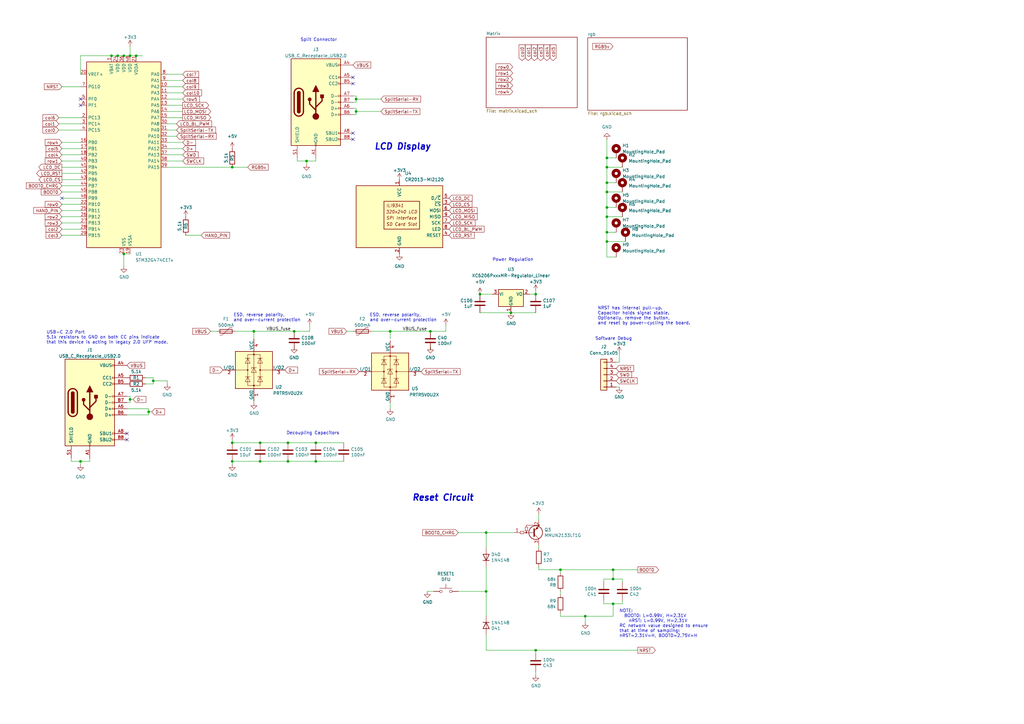
<source format=kicad_sch>
(kicad_sch (version 20250114) (generator "eeschema") (generator_version "9.0")
  (paper "A3")
  (lib_symbols
    (symbol "+5V_1" (power) (pin_names (offset 0))
      (property "Value" "+5V_1" (at 0 3.556 0))
      (symbol "+5V_1_1_1"
        (pin power_in line (at 0 0 90) (length 0) (hide yes) (name "+5V") (number "1"))
      )
    )
    (symbol "Connector:USB_C_Receptacle_USB2.0" (pin_names (offset 1.016))
      (property "Reference" "J" (at -10.16 19.05 0))
      (property "Value" "USB_C_Receptacle_USB2.0" (at 19.05 19.05 0))
      (symbol "USB_C_Receptacle_USB2.0_1_1"
        (pin passive line (at -7.62 -22.86 90) (length 5.08) (name "SHIELD") (number "S1"))
        (pin passive line (at 0 -22.86 90) (length 5.08) (name "GND") (number "A1"))
        (pin passive line (at 0 -22.86 90) (length 5.08) (hide yes) (name "GND") (number "A12"))
        (pin passive line (at 0 -22.86 90) (length 5.08) (hide yes) (name "GND") (number "B1"))
        (pin passive line (at 0 -22.86 90) (length 5.08) (hide yes) (name "GND") (number "B12"))
        (pin passive line (at 15.24 15.24 180) (length 5.08) (name "VBUS") (number "A4"))
        (pin passive line (at 15.24 15.24 180) (length 5.08) (hide yes) (name "VBUS") (number "A9"))
        (pin passive line (at 15.24 15.24 180) (length 5.08) (hide yes) (name "VBUS") (number "B4"))
        (pin passive line (at 15.24 15.24 180) (length 5.08) (hide yes) (name "VBUS") (number "B9"))
        (pin bidirectional line (at 15.24 10.16 180) (length 5.08) (name "CC1") (number "A5"))
        (pin bidirectional line (at 15.24 7.62 180) (length 5.08) (name "CC2") (number "B5"))
        (pin bidirectional line (at 15.24 2.54 180) (length 5.08) (name "D-") (number "A7"))
        (pin bidirectional line (at 15.24 0 180) (length 5.08) (name "D-") (number "B7"))
        (pin bidirectional line (at 15.24 -2.54 180) (length 5.08) (name "D+") (number "A6"))
        (pin bidirectional line (at 15.24 -5.08 180) (length 5.08) (name "D+") (number "B6"))
        (pin bidirectional line (at 15.24 -12.7 180) (length 5.08) (name "SBU1") (number "A8"))
        (pin bidirectional line (at 15.24 -15.24 180) (length 5.08) (name "SBU2") (number "B8"))
      )
    )
    (symbol "Connector_Generic:Conn_01x05" (pin_names (offset 1.016) (hide yes))
      (property "Reference" "J" (at 0 7.62 0))
      (property "Value" "Conn_01x05" (at 0 -7.62 0))
      (symbol "Conn_01x05_1_1"
        (pin passive line (at -5.08 5.08 0) (length 3.81) (name "Pin_1") (number "1"))
        (pin passive line (at -5.08 2.54 0) (length 3.81) (name "Pin_2") (number "2"))
        (pin passive line (at -5.08 0 0) (length 3.81) (name "Pin_3") (number "3"))
        (pin passive line (at -5.08 -2.54 0) (length 3.81) (name "Pin_4") (number "4"))
        (pin passive line (at -5.08 -5.08 0) (length 3.81) (name "Pin_5") (number "5"))
      )
    )
    (symbol "Device:C" (pin_numbers (hide yes)) (pin_names (offset 0.254))
      (property "Reference" "C" (at 0.635 2.54 0))
      (property "Value" "C" (at 0.635 -2.54 0))
      (symbol "C_1_1"
        (pin passive line (at 0 3.81 270) (length 2.794) (name "~") (number "1"))
        (pin passive line (at 0 -3.81 90) (length 2.794) (name "~") (number "2"))
      )
    )
    (symbol "Device:D" (pin_numbers (hide yes)) (pin_names (offset 1.016) (hide yes))
      (property "Reference" "D" (at 0 2.54 0))
      (property "Value" "D" (at 0 -2.54 0))
      (symbol "D_1_1"
        (pin passive line (at -3.81 0 0) (length 2.54) (name "K") (number "1"))
        (pin passive line (at 3.81 0 180) (length 2.54) (name "A") (number "2"))
      )
    )
    (symbol "Device:Polyfuse" (pin_numbers (hide yes)) (pin_names (offset 0))
      (property "Reference" "F" (at -2.54 0 90))
      (property "Value" "Polyfuse" (at 2.54 0 90))
      (symbol "Polyfuse_1_1"
        (pin passive line (at 0 3.81 270) (length 1.27) (name "~") (number "1"))
        (pin passive line (at 0 -3.81 90) (length 1.27) (name "~") (number "2"))
      )
    )
    (symbol "Device:Q_PNP_BEC_BRT" (pin_names (hide yes))
      (property "Reference" "Q" (at 3.81 1.27 0))
      (property "Value" "Q_PNP_BEC_BRT" (at 3.81 -1.27 0))
      (symbol "Q_PNP_BEC_BRT_1_1"
        (pin input line (at -8.89 0 0) (length 2.54) (name "B") (number "1"))
        (pin passive line (at 1.27 5.08 270) (length 2.54) (name "C") (number "3"))
        (pin passive line (at 1.27 -5.08 90) (length 2.54) (name "E") (number "2"))
      )
    )
    (symbol "Device:R" (pin_numbers (hide yes)) (pin_names (offset 0))
      (property "Reference" "R" (at 2.032 0 90))
      (property "Value" "R" (at 0 0 90))
      (symbol "R_1_1"
        (pin passive line (at 0 3.81 270) (length 1.27) (name "~") (number "1"))
        (pin passive line (at 0 -3.81 90) (length 1.27) (name "~") (number "2"))
      )
    )
    (symbol "Djinn-rescue:+3V3-power" (power) (pin_names (offset 0))
      (property "Value" "power_+3V3" (at 0 3.556 0))
      (symbol "+3V3-power_1_1"
        (pin power_in line (at 0 0 90) (length 0) (hide yes) (name "+3V3") (number "1"))
      )
    )
    (symbol "Djinn-rescue:GND-power" (power) (pin_names (offset 0))
      (property "Value" "power_GND" (at 0 -3.81 0))
      (symbol "GND-power_1_1"
        (pin power_in line (at 0 0 270) (length 0) (hide yes) (name "GND") (number "1"))
      )
    )
    (symbol "Driver_Display:CR2013-MI2120" (pin_names (offset 0.762))
      (property "Reference" "U4" (at 2.1941 17.78 0))
      (property "Value" "CR2013-MI2120" (at 2.1941 15.24 0))
      (symbol "CR2013-MI2120_0_0"
        (text "ILI9341" (at -5.461 4.572 0) (effects (font (size 1.27 1.27) (italic yes)) (justify left)))
        (text "SPI Interface" (at -5.461 -0.508 0) (effects (font (size 1.27 1.27) (italic yes)) (justify left)))
        (text "SD Card Slot" (at -5.461 -3.048 0) (effects (font (size 1.27 1.27) (italic yes)) (justify left)))
        (text "320x240 LCD" (at 0.889 2.032 0) (effects (font (size 1.27 1.27) (italic yes))))
      )
      (symbol "CR2013-MI2120_1_1"
        (pin power_in line (at 0 15.24 270) (length 2.54) (name "VCC") (number "1"))
        (pin power_in line (at 0 -15.24 90) (length 2.54) (name "GND") (number "2"))
        (pin input line (at 20.32 7.62 180) (length 2.54) (name "D/~{C}") (number "5"))
        (pin input line (at 20.32 5.08 180) (length 2.54) (name "~{CS}") (number "3"))
        (pin input line (at 20.32 2.54 180) (length 2.54) (name "MOSI") (number "6"))
        (pin output line (at 20.32 0 180) (length 2.54) (name "MISO") (number "9"))
        (pin input line (at 20.32 -2.54 180) (length 2.54) (name "SCK") (number "7"))
        (pin input line (at 20.32 -5.08 180) (length 2.54) (name "LED") (number "8"))
        (pin input line (at 20.32 -7.62 180) (length 2.54) (name "RESET") (number "4"))
      )
    )
    (symbol "GND_1" (power) (pin_numbers (hide yes)) (pin_names (offset 0) (hide yes))
      (property "Value" "GND" (at 0 -3.81 0))
      (symbol "GND_1_1_1"
        (pin power_in line (at 0 0 270) (length 0) (name "~") (number "1"))
      )
    )
    (symbol "MCU_ST_STM32G4:STM32G474CETx"
      (property "Reference" "U" (at -15.24 39.37 0))
      (property "Value" "STM32G474CETx" (at 7.62 39.37 0))
      (symbol "STM32G474CETx_1_1"
        (pin input line (at -17.78 33.02 0) (length 2.54) (name "VREF+") (number "20"))
        (pin bidirectional line (at -17.78 27.94 0) (length 2.54) (name "PG10") (number "7"))
        (pin bidirectional line (at -17.78 22.86 0) (length 2.54) (name "PF0") (number "5"))
        (pin bidirectional line (at -17.78 20.32 0) (length 2.54) (name "PF1") (number "6"))
        (pin bidirectional line (at -17.78 15.24 0) (length 2.54) (name "PC13") (number "2"))
        (pin bidirectional line (at -17.78 12.7 0) (length 2.54) (name "PC14") (number "3"))
        (pin bidirectional line (at -17.78 10.16 0) (length 2.54) (name "PC15") (number "4"))
        (pin bidirectional line (at -17.78 5.08 0) (length 2.54) (name "PB0") (number "16"))
        (pin bidirectional line (at -17.78 2.54 0) (length 2.54) (name "PB1") (number "17"))
        (pin bidirectional line (at -17.78 0 0) (length 2.54) (name "PB2") (number "18"))
        (pin bidirectional line (at -17.78 -2.54 0) (length 2.54) (name "PB3") (number "40"))
        (pin bidirectional line (at -17.78 -5.08 0) (length 2.54) (name "PB4") (number "41"))
        (pin bidirectional line (at -17.78 -7.62 0) (length 2.54) (name "PB5") (number "42"))
        (pin bidirectional line (at -17.78 -10.16 0) (length 2.54) (name "PB6") (number "43"))
        (pin bidirectional line (at -17.78 -12.7 0) (length 2.54) (name "PB7") (number "44"))
        (pin bidirectional line (at -17.78 -15.24 0) (length 2.54) (name "PB8") (number "45"))
        (pin bidirectional line (at -17.78 -17.78 0) (length 2.54) (name "PB9") (number "46"))
        (pin bidirectional line (at -17.78 -20.32 0) (length 2.54) (name "PB10") (number "22"))
        (pin bidirectional line (at -17.78 -22.86 0) (length 2.54) (name "PB11") (number "25"))
        (pin bidirectional line (at -17.78 -25.4 0) (length 2.54) (name "PB12") (number "26"))
        (pin bidirectional line (at -17.78 -27.94 0) (length 2.54) (name "PB13") (number "27"))
        (pin bidirectional line (at -17.78 -30.48 0) (length 2.54) (name "PB14") (number "28"))
        (pin bidirectional line (at -17.78 -33.02 0) (length 2.54) (name "PB15") (number "29"))
        (pin power_in line (at -5.08 40.64 270) (length 2.54) (name "VBAT") (number "1"))
        (pin power_in line (at -2.54 40.64 270) (length 2.54) (name "VDD") (number "24"))
        (pin power_in line (at 0 40.64 270) (length 2.54) (name "VDD") (number "36"))
        (pin power_in line (at 0 -40.64 90) (length 2.54) (name "VSS") (number "23"))
        (pin passive line (at 0 -40.64 90) (length 2.54) (hide yes) (name "VSS") (number "35"))
        (pin passive line (at 0 -40.64 90) (length 2.54) (hide yes) (name "VSS") (number "47"))
        (pin power_in line (at 2.54 40.64 270) (length 2.54) (name "VDD") (number "48"))
        (pin power_in line (at 2.54 -40.64 90) (length 2.54) (name "VSSA") (number "19"))
        (pin power_in line (at 5.08 40.64 270) (length 2.54) (name "VDDA") (number "21"))
        (pin bidirectional line (at 17.78 33.02 180) (length 2.54) (name "PA0") (number "8"))
        (pin bidirectional line (at 17.78 30.48 180) (length 2.54) (name "PA1") (number "9"))
        (pin bidirectional line (at 17.78 27.94 180) (length 2.54) (name "PA2") (number "10"))
        (pin bidirectional line (at 17.78 25.4 180) (length 2.54) (name "PA3") (number "11"))
        (pin bidirectional line (at 17.78 22.86 180) (length 2.54) (name "PA4") (number "12"))
        (pin bidirectional line (at 17.78 20.32 180) (length 2.54) (name "PA5") (number "13"))
        (pin bidirectional line (at 17.78 17.78 180) (length 2.54) (name "PA6") (number "14"))
        (pin bidirectional line (at 17.78 15.24 180) (length 2.54) (name "PA7") (number "15"))
        (pin bidirectional line (at 17.78 12.7 180) (length 2.54) (name "PA8") (number "30"))
        (pin bidirectional line (at 17.78 10.16 180) (length 2.54) (name "PA9") (number "31"))
        (pin bidirectional line (at 17.78 7.62 180) (length 2.54) (name "PA10") (number "32"))
        (pin bidirectional line (at 17.78 5.08 180) (length 2.54) (name "PA11") (number "33"))
        (pin bidirectional line (at 17.78 2.54 180) (length 2.54) (name "PA12") (number "34"))
        (pin bidirectional line (at 17.78 0 180) (length 2.54) (name "PA13") (number "37"))
        (pin bidirectional line (at 17.78 -2.54 180) (length 2.54) (name "PA14") (number "38"))
        (pin bidirectional line (at 17.78 -5.08 180) (length 2.54) (name "PA15") (number "39"))
      )
    )
    (symbol "Mechanical:MountingHole_Pad" (pin_numbers (hide yes)) (pin_names (offset 1.016) (hide yes)) (exclude_from_sim yes) (in_bom no)
      (property "Reference" "H" (at 0 6.35 0))
      (property "Value" "MountingHole_Pad" (at 0 4.445 0))
      (symbol "MountingHole_Pad_1_1"
        (pin input line (at 0 -2.54 90) (length 2.54) (name "1") (number "1"))
      )
    )
    (symbol "Power_Protection:PRTR5V0U2X" (pin_names (offset 0))
      (property "Reference" "D" (at 2.794 8.636 0))
      (property "Value" "PRTR5V0U2X" (at 8.128 -9.398 0))
      (symbol "PRTR5V0U2X_1_1"
        (pin passive line (at -12.7 0 0) (length 5.08) (name "I/O1") (number "2"))
        (pin passive line (at 0 12.7 270) (length 5.08) (name "VCC") (number "4"))
        (pin passive line (at 0 -12.7 90) (length 5.08) (name "GND") (number "1"))
        (pin passive line (at 12.7 0 180) (length 5.08) (name "I/O2") (number "3"))
      )
    )
    (symbol "Switch:SW_Push" (pin_numbers (hide yes)) (pin_names (offset 1.016) (hide yes))
      (property "Reference" "SW" (at 1.27 2.54 0))
      (property "Value" "SW_Push" (at 0 -1.524 0))
      (symbol "SW_Push_0_1"
        (pin passive line (at -5.08 0 0) (length 2.54) (name "1") (number "1"))
        (pin passive line (at 5.08 0 180) (length 2.54) (name "2") (number "2"))
      )
    )
    (symbol "kicad-keyboard-parts:XC6206PxxxMR-Regulator_Linear" (pin_names (offset 0.254))
      (property "Reference" "U" (at -3.81 3.175 0))
      (property "Value" "XC6206PxxxMR-Regulator_Linear" (at 0 3.175 0))
      (property "LCSC" "C5446" (at 0 0 0))
      (symbol "XC6206PxxxMR-Regulator_Linear_1_1"
        (pin power_in line (at -7.62 0 0) (length 2.54) (name "VI") (number "3"))
        (pin power_in line (at 0 -7.62 90) (length 2.54) (name "GND") (number "1"))
        (pin power_out line (at 7.62 0 180) (length 2.54) (name "VO") (number "2"))
      )
    )
    (symbol "power:+3V3" (power) (pin_names (offset 0))
      (property "Value" "+3V3" (at 0 3.556 0))
      (symbol "+3V3_1_1"
        (pin power_in line (at 0 0 90) (length 0) (hide yes) (name "+3V3") (number "1"))
      )
    )
    (symbol "power:+5V" (power) (pin_names (offset 0))
      (property "Value" "+5V" (at 0 3.556 0))
      (symbol "+5V_1_1"
        (pin power_in line (at 0 0 90) (length 0) (hide yes) (name "+5V") (number "1"))
      )
    )
    (symbol "power:GND" (power) (pin_names (offset 0))
      (property "Value" "GND" (at 0 -3.81 0))
      (symbol "GND_1_1"
        (pin power_in line (at 0 0 270) (length 0) (hide yes) (name "GND") (number "1"))
      )
    )
  )
  (text "Decoupling Capacitors" (at 117.475 178.435 0) (effects (font (size 1.27 1.27)) (justify left bottom)))
  (text "NOTE:\n  BOOT0: L=0.99V, H=2.31V\n    nRST: L=0.99V, H=2.31V\nRC network value designed to ensure\nthat at time of sampling:\nnRST=2.31V=H, BOOT0=2.75V=H" (at 254 261.62 0) (effects (font (size 1.27 1.27)) (justify left bottom)))
  (text "Power Regulation" (at 201.93 107.315 0) (effects (font (size 1.27 1.27)) (justify left bottom)))
  (text "Reset Circuit" (at 168.91 205.74 0) (effects (font (size 2.54 2.54) (thickness 0.508) (bold yes) (italic yes)) (justify left bottom)))
  (text "USB-C 2.0 Port\n5.1k resistors to GND on both CC pins indicate\nthat this device is acting in legacy 2.0 UFP mode." (at 19.05 141.224 0) (effects (font (size 1.27 1.27)) (justify left bottom)))
  (text "ESD, reverse polarity,\nand over-current protection" (at 95.758 132.08 0) (effects (font (size 1.27 1.27)) (justify left bottom)))
  (text "Split Connector" (at 123.19 17.145 0) (effects (font (size 1.27 1.27)) (justify left bottom)))
  (text "Software Debug" (at 244.094 139.7 0) (effects (font (size 1.27 1.27)) (justify left bottom)))
  (text "NRST has internal pull-up.\nCapacitor holds signal stable.\nOptionally, remove the button,\nand reset by power-cycling the board." (at 245.11 133.35 0) (effects (font (size 1.27 1.27)) (justify left bottom)))
  (text "ESD, reverse polarity,\nand over-current protection" (at 151.638 132.08 0) (effects (font (size 1.27 1.27)) (justify left bottom)))
  (text "LCD Display" (at 153.416 61.722 0) (effects (font (size 2.54 2.54) (thickness 0.508) (bold yes) (italic yes)) (justify left bottom)))
  (junction (at 95.25 181.61))
  (junction (at 248.92 74.93))
  (junction (at 125.73 66.04))
  (junction (at 240.03 252.73))
  (junction (at 146.05 40.64))
  (junction (at 53.34 22.86))
  (junction (at 62.865 156.21))
  (junction (at 50.8 22.86))
  (junction (at 48.26 22.86))
  (junction (at 60.96 168.91))
  (junction (at 53.34 163.83))
  (junction (at 45.72 22.86))
  (junction (at 248.92 95.25))
  (junction (at 129.54 181.61))
  (junction (at 104.14 135.89))
  (junction (at 95.25 189.23))
  (junction (at 160.02 135.89))
  (junction (at 106.68 181.61))
  (junction (at 248.92 78.74))
  (junction (at 248.92 64.77))
  (junction (at 251.46 247.65))
  (junction (at 106.68 189.23))
  (junction (at 248.92 88.9))
  (junction (at 199.39 242.57))
  (junction (at 248.92 85.09))
  (junction (at 199.39 218.44))
  (junction (at 118.11 181.61))
  (junction (at 251.46 237.49))
  (junction (at 209.55 128.27) (diameter 0.9144))
  (junction (at 219.71 266.7))
  (junction (at 50.8 104.14))
  (junction (at 118.11 189.23))
  (junction (at 120.65 135.89))
  (junction (at 129.54 189.23))
  (junction (at 95.25 68.58))
  (junction (at 176.53 135.89))
  (junction (at 219.71 120.65))
  (junction (at 248.92 99.06))
  (junction (at 229.87 233.68))
  (junction (at 33.02 189.23))
  (junction (at 251.46 233.68))
  (junction (at 55.88 22.86))
  (junction (at 248.92 68.58))
  (junction (at 196.85 120.65))
  (junction (at 146.05 45.72))
  (no_connect (at 52.07 177.8))
  (no_connect (at 144.78 57.15))
  (no_connect (at 52.07 180.34))
  (no_connect (at 144.78 31.75))
  (no_connect (at 144.78 34.29))
  (no_connect (at 25.4 81.28))
  (no_connect (at 33.02 40.64))
  (no_connect (at 144.78 54.61))
  (no_connect (at 33.02 43.18))
  (wire (pts (xy 25.4 86.36) (xy 33.02 86.36)))
  (wire (pts (xy 248.92 88.9) (xy 248.92 85.09)))
  (wire (pts (xy 199.39 218.44) (xy 210.82 218.44)))
  (wire (pts (xy 247.65 238.76) (xy 247.65 237.49)))
  (wire (pts (xy 199.39 232.41) (xy 199.39 242.57)))
  (wire (pts (xy 160.02 165.1) (xy 160.02 167.64)))
  (wire (pts (xy 68.58 35.56) (xy 74.93 35.56)))
  (wire (pts (xy 120.65 135.89) (xy 127 135.89)))
  (wire (pts (xy 248.92 95.25) (xy 248.92 88.9)))
  (wire (pts (xy 146.05 39.37) (xy 146.05 40.64)))
  (wire (pts (xy 50.8 104.14) (xy 53.34 104.14)))
  (wire (pts (xy 125.73 67.31) (xy 125.73 66.04)))
  (wire (pts (xy 95.25 180.34) (xy 95.25 181.61)))
  (wire (pts (xy 25.4 66.04) (xy 33.02 66.04)))
  (wire (pts (xy 219.71 267.97) (xy 219.71 266.7)))
  (wire (pts (xy 248.92 57.15) (xy 248.92 64.77)))
  (wire (pts (xy 25.4 68.58) (xy 33.02 68.58)))
  (wire (pts (xy 127 133.35) (xy 127 135.89)))
  (wire (pts (xy 118.11 181.61) (xy 106.68 181.61)))
  (wire (pts (xy 53.34 162.56) (xy 53.34 163.83)))
  (wire (pts (xy 68.58 156.21) (xy 68.58 157.48)))
  (wire (pts (xy 142.24 135.89) (xy 144.78 135.89)))
  (wire (pts (xy 240.03 252.73) (xy 251.46 252.73)))
  (wire (pts (xy 33.02 22.86) (xy 45.72 22.86)))
  (wire (pts (xy 248.92 74.93) (xy 248.92 68.58)))
  (wire (pts (xy 48.26 22.86) (xy 50.8 22.86)))
  (wire (pts (xy 248.92 78.74) (xy 248.92 74.93)))
  (wire (pts (xy 220.98 213.36) (xy 220.98 210.82)))
  (wire (pts (xy 25.4 58.42) (xy 33.02 58.42)))
  (wire (pts (xy 60.96 170.18) (xy 60.96 168.91)))
  (wire (pts (xy 52.07 167.64) (xy 60.96 167.64)))
  (wire (pts (xy 199.39 266.7) (xy 219.71 266.7)))
  (wire (pts (xy 50.8 109.22) (xy 50.8 104.14)))
  (wire (pts (xy 104.14 165.1) (xy 104.14 164.465)))
  (wire (pts (xy 106.68 181.61) (xy 95.25 181.61)))
  (wire (pts (xy 24.13 50.8) (xy 33.02 50.8)))
  (wire (pts (xy 118.11 189.23) (xy 129.54 189.23)))
  (wire (pts (xy 146.05 45.72) (xy 156.21 45.72)))
  (wire (pts (xy 254 144.78) (xy 254 148.59)))
  (wire (pts (xy 45.72 22.86) (xy 48.26 22.86)))
  (wire (pts (xy 247.65 247.65) (xy 247.65 246.38)))
  (wire (pts (xy 95.25 190.5) (xy 95.25 189.23)))
  (wire (pts (xy 160.02 135.89) (xy 176.53 135.89)))
  (wire (pts (xy 95.25 68.58) (xy 101.6 68.58)))
  (wire (pts (xy 53.34 22.86) (xy 55.88 22.86)))
  (wire (pts (xy 62.865 157.48) (xy 62.865 156.21)))
  (wire (pts (xy 248.92 99.06) (xy 248.92 105.41)))
  (wire (pts (xy 248.92 105.41) (xy 252.73 105.41)))
  (wire (pts (xy 144.78 39.37) (xy 146.05 39.37)))
  (wire (pts (xy 24.13 53.34) (xy 33.02 53.34)))
  (wire (pts (xy 50.8 22.86) (xy 53.34 22.86)))
  (wire (pts (xy 247.65 247.65) (xy 251.46 247.65)))
  (wire (pts (xy 25.4 88.9) (xy 33.02 88.9)))
  (wire (pts (xy 121.92 66.04) (xy 125.73 66.04)))
  (wire (pts (xy 229.87 252.73) (xy 240.03 252.73)))
  (wire (pts (xy 25.4 71.12) (xy 33.02 71.12)))
  (wire (pts (xy 68.58 50.8) (xy 72.39 50.8)))
  (wire (pts (xy 68.58 58.42) (xy 74.93 58.42)))
  (wire (pts (xy 219.71 266.7) (xy 261.62 266.7)))
  (wire (pts (xy 68.58 45.72) (xy 74.93 45.72)))
  (wire (pts (xy 209.55 128.27) (xy 219.71 128.27)))
  (wire (pts (xy 240.03 255.27) (xy 240.03 252.73)))
  (wire (pts (xy 25.4 76.2) (xy 33.02 76.2)))
  (wire (pts (xy 248.92 78.74) (xy 255.27 78.74)))
  (wire (pts (xy 187.96 218.44) (xy 199.39 218.44)))
  (wire (pts (xy 62.865 156.21) (xy 68.58 156.21)))
  (wire (pts (xy 219.71 119.38) (xy 219.71 120.65)))
  (wire (pts (xy 68.58 60.96) (xy 74.93 60.96)))
  (wire (pts (xy 146.05 40.64) (xy 156.21 40.64)))
  (wire (pts (xy 251.46 237.49) (xy 255.27 237.49)))
  (wire (pts (xy 220.98 232.41) (xy 220.98 233.68)))
  (wire (pts (xy 182.88 133.35) (xy 182.88 135.89)))
  (wire (pts (xy 129.54 181.61) (xy 140.97 181.61)))
  (wire (pts (xy 248.92 95.25) (xy 248.92 99.06)))
  (wire (pts (xy 68.58 33.02) (xy 74.93 33.02)))
  (wire (pts (xy 254 148.59) (xy 252.73 148.59)))
  (wire (pts (xy 199.39 242.57) (xy 199.39 252.73)))
  (wire (pts (xy 144.78 44.45) (xy 146.05 44.45)))
  (wire (pts (xy 25.4 91.44) (xy 33.02 91.44)))
  (wire (pts (xy 52.07 170.18) (xy 60.96 170.18)))
  (wire (pts (xy 25.4 35.56) (xy 33.02 35.56)))
  (wire (pts (xy 255.27 247.65) (xy 255.27 246.38)))
  (wire (pts (xy 220.98 224.79) (xy 220.98 223.52)))
  (wire (pts (xy 251.46 237.49) (xy 251.46 233.68)))
  (wire (pts (xy 251.46 233.68) (xy 261.62 233.68)))
  (wire (pts (xy 229.87 242.57) (xy 229.87 243.84)))
  (wire (pts (xy 53.34 163.83) (xy 53.34 165.1)))
  (wire (pts (xy 199.39 260.35) (xy 199.39 266.7)))
  (wire (pts (xy 146.05 41.91) (xy 146.05 40.64)))
  (wire (pts (xy 68.58 40.64) (xy 74.93 40.64)))
  (wire (pts (xy 53.34 19.05) (xy 53.34 22.86)))
  (wire (pts (xy 256.54 99.06) (xy 248.92 99.06)))
  (wire (pts (xy 196.85 120.65) (xy 201.93 120.65)))
  (wire (pts (xy 68.58 66.04) (xy 74.93 66.04)))
  (wire (pts (xy 217.17 120.65) (xy 219.71 120.65)))
  (wire (pts (xy 86.36 135.89) (xy 88.9 135.89)))
  (wire (pts (xy 118.11 189.23) (xy 106.68 189.23)))
  (wire (pts (xy 55.88 22.86) (xy 58.42 22.86)))
  (wire (pts (xy 52.07 165.1) (xy 53.34 165.1)))
  (wire (pts (xy 247.65 237.49) (xy 251.46 237.49)))
  (wire (pts (xy 121.92 64.77) (xy 121.92 66.04)))
  (wire (pts (xy 176.53 142.24) (xy 176.53 143.51)))
  (wire (pts (xy 106.68 189.23) (xy 95.25 189.23)))
  (wire (pts (xy 25.4 83.82) (xy 33.02 83.82)))
  (wire (pts (xy 36.83 189.23) (xy 36.83 187.96)))
  (wire (pts (xy 60.96 167.64) (xy 60.96 168.91)))
  (wire (pts (xy 252.73 158.75) (xy 254 158.75)))
  (wire (pts (xy 248.92 88.9) (xy 255.27 88.9)))
  (wire (pts (xy 76.2 96.52) (xy 82.55 96.52)))
  (wire (pts (xy 29.21 189.23) (xy 33.02 189.23)))
  (wire (pts (xy 104.14 135.89) (xy 120.65 135.89)))
  (wire (pts (xy 146.05 46.99) (xy 146.05 45.72)))
  (wire (pts (xy 199.39 224.79) (xy 199.39 218.44)))
  (wire (pts (xy 255.27 237.49) (xy 255.27 238.76)))
  (wire (pts (xy 229.87 251.46) (xy 229.87 252.73)))
  (wire (pts (xy 248.92 64.77) (xy 252.73 64.77)))
  (wire (pts (xy 118.11 181.61) (xy 129.54 181.61)))
  (wire (pts (xy 53.34 163.83) (xy 54.61 163.83)))
  (wire (pts (xy 25.4 78.74) (xy 33.02 78.74)))
  (wire (pts (xy 60.96 168.91) (xy 62.23 168.91)))
  (wire (pts (xy 152.4 135.89) (xy 160.02 135.89)))
  (wire (pts (xy 146.05 44.45) (xy 146.05 45.72)))
  (wire (pts (xy 24.13 48.26) (xy 33.02 48.26)))
  (wire (pts (xy 220.98 233.68) (xy 229.87 233.68)))
  (wire (pts (xy 209.55 128.27) (xy 196.85 128.27)))
  (wire (pts (xy 72.39 55.88) (xy 68.58 55.88)))
  (wire (pts (xy 144.78 41.91) (xy 146.05 41.91)))
  (wire (pts (xy 52.07 162.56) (xy 53.34 162.56)))
  (wire (pts (xy 120.65 142.24) (xy 120.65 143.51)))
  (wire (pts (xy 33.02 189.23) (xy 36.83 189.23)))
  (wire (pts (xy 251.46 247.65) (xy 255.27 247.65)))
  (wire (pts (xy 72.39 53.34) (xy 68.58 53.34)))
  (wire (pts (xy 248.92 68.58) (xy 255.27 68.58)))
  (wire (pts (xy 68.58 48.26) (xy 74.93 48.26)))
  (wire (pts (xy 33.02 30.48) (xy 33.02 22.86)))
  (wire (pts (xy 187.96 242.57) (xy 199.39 242.57)))
  (wire (pts (xy 68.58 43.18) (xy 74.93 43.18)))
  (wire (pts (xy 25.4 93.98) (xy 33.02 93.98)))
  (wire (pts (xy 33.02 190.5) (xy 33.02 189.23)))
  (wire (pts (xy 68.58 38.1) (xy 74.93 38.1)))
  (wire (pts (xy 160.02 135.89) (xy 160.02 139.065)))
  (wire (pts (xy 229.87 233.68) (xy 251.46 233.68)))
  (wire (pts (xy 129.54 66.04) (xy 129.54 64.77)))
  (wire (pts (xy 59.69 157.48) (xy 62.865 157.48)))
  (wire (pts (xy 25.4 81.28) (xy 33.02 81.28)))
  (wire (pts (xy 252.73 95.25) (xy 248.92 95.25)))
  (wire (pts (xy 129.54 189.23) (xy 140.97 189.23)))
  (wire (pts (xy 229.87 234.95) (xy 229.87 233.68)))
  (wire (pts (xy 176.53 135.89) (xy 182.88 135.89)))
  (wire (pts (xy 29.21 187.96) (xy 29.21 189.23)))
  (wire (pts (xy 219.71 275.59) (xy 219.71 276.86)))
  (wire (pts (xy 177.8 242.57) (xy 175.26 242.57)))
  (wire (pts (xy 248.92 74.93) (xy 252.73 74.93)))
  (wire (pts (xy 125.73 66.04) (xy 129.54 66.04)))
  (wire (pts (xy 59.69 154.94) (xy 62.865 154.94)))
  (wire (pts (xy 68.58 30.48) (xy 74.93 30.48)))
  (wire (pts (xy 248.92 85.09) (xy 248.92 78.74)))
  (wire (pts (xy 248.92 68.58) (xy 248.92 64.77)))
  (wire (pts (xy 25.4 60.96) (xy 33.02 60.96)))
  (wire (pts (xy 251.46 247.65) (xy 251.46 252.73)))
  (wire (pts (xy 104.14 135.89) (xy 104.14 139.065)))
  (wire (pts (xy 96.52 135.89) (xy 104.14 135.89)))
  (wire (pts (xy 25.4 73.66) (xy 33.02 73.66)))
  (wire (pts (xy 25.4 96.52) (xy 33.02 96.52)))
  (wire (pts (xy 62.865 156.21) (xy 62.865 154.94)))
  (wire (pts (xy 68.58 68.58) (xy 95.25 68.58)))
  (wire (pts (xy 68.58 63.5) (xy 74.93 63.5)))
  (wire (pts (xy 144.78 46.99) (xy 146.05 46.99)))
  (wire (pts (xy 248.92 85.09) (xy 252.73 85.09)))
  (wire (pts (xy 25.4 63.5) (xy 33.02 63.5)))
  (label "VBUS_fuse" (at 165.1 135.89 0))
  (label "VBUS_fuse" (at 109.22 135.89 0))
  (global_label "SplitSerial-TX" (shape input) (at 72.39 53.34 0) (property "Intersheetrefs" "${INTERSHEET_REFS}" (effects (hide yes))))
  (global_label "col8" (shape input) (at 74.93 33.02 0) (property "Intersheetrefs" "${INTERSHEET_REFS}" (effects (hide yes))))
  (global_label "BOOT0" (shape output) (at 261.62 233.68 0) (property "Intersheetrefs" "${INTERSHEET_REFS}" (effects (hide yes))))
  (global_label "LCD_MISO" (shape input) (at 184.15 88.9 0) (property "Intersheetrefs" "${INTERSHEET_REFS}" (effects (hide yes))))
  (global_label "SWCLK" (shape input) (at 74.93 66.04 0) (property "Intersheetrefs" "${INTERSHEET_REFS}" (effects (hide yes))))
  (global_label "VBUS" (shape input) (at 144.78 26.67 0) (property "Intersheetrefs" "${INTERSHEET_REFS}" (effects (hide yes))))
  (global_label "LCD_RST" (shape output) (at 25.4 71.12 180) (property "Intersheetrefs" "${INTERSHEET_REFS}" (effects (hide yes))))
  (global_label "row1" (shape input) (at 210.312 29.972 180) (property "Intersheetrefs" "${INTERSHEET_REFS}" (effects (hide yes))))
  (global_label "LCD_BL_PWM" (shape input) (at 184.15 93.98 0) (property "Intersheetrefs" "${INTERSHEET_REFS}" (effects (hide yes))))
  (global_label "col0" (shape input) (at 24.13 53.34 180) (property "Intersheetrefs" "${INTERSHEET_REFS}" (effects (hide yes))))
  (global_label "BOOT0_CHRG" (shape input) (at 25.4 76.2 180) (property "Intersheetrefs" "${INTERSHEET_REFS}" (effects (hide yes))))
  (global_label "row2" (shape input) (at 210.312 32.512 180) (property "Intersheetrefs" "${INTERSHEET_REFS}" (effects (hide yes))))
  (global_label "col6" (shape input) (at 24.13 48.26 180) (property "Intersheetrefs" "${INTERSHEET_REFS}" (effects (hide yes))))
  (global_label "SWCLK" (shape input) (at 252.73 156.21 0) (property "Intersheetrefs" "${INTERSHEET_REFS}" (effects (hide yes))))
  (global_label "RGB5v" (shape input) (at 101.6 68.58 0) (property "Intersheetrefs" "${INTERSHEET_REFS}" (effects (hide yes))))
  (global_label "col4" (shape input) (at 25.4 63.5 180) (property "Intersheetrefs" "${INTERSHEET_REFS}" (effects (hide yes))))
  (global_label "row3" (shape input) (at 25.4 91.44 180) (property "Intersheetrefs" "${INTERSHEET_REFS}" (effects (hide yes))))
  (global_label "LCD_MOSI" (shape output) (at 74.93 45.72 0) (property "Intersheetrefs" "${INTERSHEET_REFS}" (effects (hide yes))))
  (global_label "col2" (shape input) (at 25.4 93.98 180) (property "Intersheetrefs" "${INTERSHEET_REFS}" (effects (hide yes))))
  (global_label "VBUS" (shape input) (at 52.07 149.86 0) (property "Intersheetrefs" "${INTERSHEET_REFS}" (effects (hide yes))))
  (global_label "LCD_CS" (shape input) (at 184.15 83.82 0) (property "Intersheetrefs" "${INTERSHEET_REFS}" (effects (hide yes))))
  (global_label "row0" (shape input) (at 25.4 83.82 180) (property "Intersheetrefs" "${INTERSHEET_REFS}" (effects (hide yes))))
  (global_label "LCD_BL_PWM" (shape input) (at 72.39 50.8 0) (property "Intersheetrefs" "${INTERSHEET_REFS}" (effects (hide yes))))
  (global_label "row1" (shape input) (at 25.4 66.04 180) (property "Intersheetrefs" "${INTERSHEET_REFS}" (effects (hide yes))))
  (global_label "D-" (shape input) (at 74.93 58.42 0) (property "Intersheetrefs" "${INTERSHEET_REFS}" (effects (hide yes))))
  (global_label "HAND_PIN" (shape input) (at 25.4 86.36 180) (property "Intersheetrefs" "${INTERSHEET_REFS}" (effects (hide yes))))
  (global_label "SplitSerial-TX" (shape input) (at 172.72 152.4 0) (property "Intersheetrefs" "${INTERSHEET_REFS}" (effects (hide yes))))
  (global_label "BOOT0_CHRG" (shape input) (at 187.96 218.44 180) (property "Intersheetrefs" "${INTERSHEET_REFS}" (effects (hide yes))))
  (global_label "SplitSerial-RX" (shape input) (at 156.21 40.64 0) (property "Intersheetrefs" "${INTERSHEET_REFS}" (effects (hide yes))))
  (global_label "LCD_DC" (shape output) (at 25.4 68.58 180) (property "Intersheetrefs" "${INTERSHEET_REFS}" (effects (hide yes))))
  (global_label "col5" (shape input) (at 226.822 24.892 90) (property "Intersheetrefs" "${INTERSHEET_REFS}" (effects (hide yes))))
  (global_label "row4" (shape input) (at 210.312 37.592 180) (property "Intersheetrefs" "${INTERSHEET_REFS}" (effects (hide yes))))
  (global_label "col1" (shape input) (at 24.13 50.8 180) (property "Intersheetrefs" "${INTERSHEET_REFS}" (effects (hide yes))))
  (global_label "row5" (shape input) (at 74.93 40.64 0) (property "Intersheetrefs" "${INTERSHEET_REFS}" (effects (hide yes))))
  (global_label "SWD" (shape input) (at 252.73 153.67 0) (property "Intersheetrefs" "${INTERSHEET_REFS}" (effects (hide yes))))
  (global_label "RGB5v" (shape input) (at 251.46 19.05 180) (property "Intersheetrefs" "${INTERSHEET_REFS}" (effects (hide yes))))
  (global_label "NRST" (shape output) (at 261.62 266.7 0) (property "Intersheetrefs" "${INTERSHEET_REFS}" (effects (hide yes))))
  (global_label "col5" (shape input) (at 25.4 60.96 180) (property "Intersheetrefs" "${INTERSHEET_REFS}" (effects (hide yes))))
  (global_label "NRST" (shape input) (at 252.73 151.13 0) (property "Intersheetrefs" "${INTERSHEET_REFS}" (effects (hide yes))))
  (global_label "D-" (shape input) (at 54.61 163.83 0) (property "Intersheetrefs" "${INTERSHEET_REFS}" (effects (hide yes))))
  (global_label "VBUS" (shape input) (at 142.24 135.89 180) (property "Intersheetrefs" "${INTERSHEET_REFS}" (effects (hide yes))))
  (global_label "col2" (shape input) (at 219.202 24.892 90) (property "Intersheetrefs" "${INTERSHEET_REFS}" (effects (hide yes))))
  (global_label "row3" (shape input) (at 210.312 35.052 180) (property "Intersheetrefs" "${INTERSHEET_REFS}" (effects (hide yes))))
  (global_label "NRST" (shape input) (at 25.4 35.56 180) (property "Intersheetrefs" "${INTERSHEET_REFS}" (effects (hide yes))))
  (global_label "LCD_MOSI" (shape input) (at 184.15 86.36 0) (property "Intersheetrefs" "${INTERSHEET_REFS}" (effects (hide yes))))
  (global_label "LCD_DC" (shape input) (at 184.15 81.28 0) (property "Intersheetrefs" "${INTERSHEET_REFS}" (effects (hide yes))))
  (global_label "SplitSerial-RX" (shape input) (at 147.32 152.4 180) (property "Intersheetrefs" "${INTERSHEET_REFS}" (effects (hide yes))))
  (global_label "col3" (shape input) (at 221.742 24.892 90) (property "Intersheetrefs" "${INTERSHEET_REFS}" (effects (hide yes))))
  (global_label "HAND_PIN" (shape input) (at 82.55 96.52 0) (property "Intersheetrefs" "${INTERSHEET_REFS}" (effects (hide yes))))
  (global_label "row2" (shape input) (at 25.4 88.9 180) (property "Intersheetrefs" "${INTERSHEET_REFS}" (effects (hide yes))))
  (global_label "LCD_CS" (shape output) (at 25.4 73.66 180) (property "Intersheetrefs" "${INTERSHEET_REFS}" (effects (hide yes))))
  (global_label "col1" (shape input) (at 216.662 24.892 90) (property "Intersheetrefs" "${INTERSHEET_REFS}" (effects (hide yes))))
  (global_label "D+" (shape input) (at 74.93 60.96 0) (property "Intersheetrefs" "${INTERSHEET_REFS}" (effects (hide yes))))
  (global_label "D+" (shape input) (at 62.23 168.91 0) (property "Intersheetrefs" "${INTERSHEET_REFS}" (effects (hide yes))))
  (global_label "col4" (shape input) (at 224.282 24.892 90) (property "Intersheetrefs" "${INTERSHEET_REFS}" (effects (hide yes))))
  (global_label "col9" (shape input) (at 74.93 35.56 0) (property "Intersheetrefs" "${INTERSHEET_REFS}" (effects (hide yes))))
  (global_label "LCD_SCK" (shape output) (at 74.93 43.18 0) (property "Intersheetrefs" "${INTERSHEET_REFS}" (effects (hide yes))))
  (global_label "col0" (shape input) (at 214.122 24.892 90) (property "Intersheetrefs" "${INTERSHEET_REFS}" (effects (hide yes))))
  (global_label "D+" (shape input) (at 116.84 151.765 0) (property "Intersheetrefs" "${INTERSHEET_REFS}" (effects (hide yes))))
  (global_label "D-" (shape input) (at 91.44 151.765 180) (property "Intersheetrefs" "${INTERSHEET_REFS}" (effects (hide yes))))
  (global_label "LCD_MISO" (shape output) (at 74.93 48.26 0) (property "Intersheetrefs" "${INTERSHEET_REFS}" (effects (hide yes))))
  (global_label "BOOT0" (shape input) (at 25.4 78.74 180) (property "Intersheetrefs" "${INTERSHEET_REFS}" (effects (hide yes))))
  (global_label "row4" (shape input) (at 25.4 58.42 180) (property "Intersheetrefs" "${INTERSHEET_REFS}" (effects (hide yes))))
  (global_label "SplitSerial-TX" (shape input) (at 156.21 45.72 0) (property "Intersheetrefs" "${INTERSHEET_REFS}" (effects (hide yes))))
  (global_label "LCD_SCK" (shape input) (at 184.15 91.44 0) (property "Intersheetrefs" "${INTERSHEET_REFS}" (effects (hide yes))))
  (global_label "col3" (shape input) (at 25.4 96.52 180) (property "Intersheetrefs" "${INTERSHEET_REFS}" (effects (hide yes))))
  (global_label "col7" (shape input) (at 74.93 30.48 0) (property "Intersheetrefs" "${INTERSHEET_REFS}" (effects (hide yes))))
  (global_label "col10" (shape input) (at 74.93 38.1 0) (property "Intersheetrefs" "${INTERSHEET_REFS}" (effects (hide yes))))
  (global_label "row0" (shape input) (at 210.312 27.432 180) (property "Intersheetrefs" "${INTERSHEET_REFS}" (effects (hide yes))))
  (global_label "LCD_RST" (shape input) (at 184.15 96.52 0) (property "Intersheetrefs" "${INTERSHEET_REFS}" (effects (hide yes))))
  (global_label "SplitSerial-RX" (shape input) (at 72.39 55.88 0) (property "Intersheetrefs" "${INTERSHEET_REFS}" (effects (hide yes))))
  (global_label "SWD" (shape input) (at 74.93 63.5 0) (property "Intersheetrefs" "${INTERSHEET_REFS}" (effects (hide yes))))
  (global_label "VBUS" (shape input) (at 86.36 135.89 180) (property "Intersheetrefs" "${INTERSHEET_REFS}" (effects (hide yes))))
  (symbol (lib_id "power:GND") (at 209.55 128.27 0) (unit 1)
    (property "Reference" "#PWR015" (effects (hide yes)))
    (property "Value" "GND" (at 209.677 132.6642 0))
  )
  (symbol (lib_id "power:+5V") (at 196.85 120.65 0) (unit 1)
    (property "Reference" "#PWR013" (effects (hide yes)))
    (property "Value" "+5V" (at 196.85 115.57 0))
  )
  (symbol (lib_id "Device:C") (at 219.71 124.46 0) (unit 1)
    (property "Reference" "C107" (at 222.631 123.2916 0) (effects (justify left)))
    (property "Value" "1uF" (at 222.631 125.603 0) (effects (justify left)))
    (property "Footprint" "Capacitor_SMD:C_0402_1005Metric" (effects (hide yes)))
    (property "LCSC" "C307331" (effects (hide yes)))
  )
  (symbol (lib_id "power:GND") (at 176.53 142.24 0) (unit 1)
    (property "Reference" "#PWR062" (effects (hide yes)))
    (property "Value" "GND" (at 176.53 146.685 0))
  )
  (symbol (lib_id "power:GND") (at 120.65 142.24 0) (unit 1)
    (property "Reference" "#PWR010" (effects (hide yes)))
    (property "Value" "GND" (at 120.65 146.685 0))
  )
  (symbol (lib_id "Device:C") (at 120.65 139.7 0) (unit 1)
    (property "Reference" "C108" (at 123.571 138.5316 0) (effects (justify left)))
    (property "Value" "100nF" (at 123.571 140.843 0) (effects (justify left)))
    (property "Footprint" "Capacitor_SMD:C_0402_1005Metric" (effects (hide yes)))
    (property "LCSC" "C307331" (effects (hide yes)))
  )
  (symbol (lib_id "Driver_Display:CR2013-MI2120") (at 163.83 88.9 0) (unit 1)
    (property "Reference" "U4" (at 166.0241 71.12 0) (effects (justify left)))
    (property "Value" "CR2013-MI2120" (at 166.0241 73.66 0) (effects (justify left)))
    (property "Footprint" "Display:CR2013-MI2120" (effects (hide yes)))
    (property "Datasheet" "http://pan.baidu.com/s/11Y990" (effects (hide yes)))
    (property "Description" "ILI9341 controller, SPI TFT LCD Display, 9-pin breakout PCB, 4-pin SD card interface, 5V/3.3V" (effects (hide yes)))
  )
  (symbol (lib_id "Mechanical:MountingHole_Pad") (at 252.73 102.87 0) (unit 1) (exclude_from_sim yes) (in_bom no)
    (property "Reference" "H9" (at 255.27 100.3299 0) (effects (justify left)))
    (property "Value" "MountingHole_Pad" (at 255.27 102.8699 0) (effects (justify left)))
    (property "Footprint" "MountingHole:MountingHole_3.2mm_M3_DIN965_Pad" (effects (hide yes)))
    (property "Description" "Mounting Hole with connection" (effects (hide yes)))
  )
  (symbol (lib_id "Device:D") (at 199.39 256.54 90) (mirror x) (unit 1)
    (property "Reference" "D41" (at 201.422 257.7084 90) (effects (justify right)))
    (property "Value" "1N4148" (at 201.422 255.397 90) (effects (justify right)))
    (property "Footprint" "Diode_SMD:D_SOD-123" (effects (hide yes)))
  )
  (symbol (lib_id "Connector:USB_C_Receptacle_USB2.0") (at 36.83 165.1 0) (unit 1)
    (property "Reference" "J1" (at 36.83 143.51 0))
    (property "Value" "USB_C_Receptacle_USB2.0" (at 36.83 146.05 0))
    (property "Footprint" "PCM_marbastlib-various:USB_C_Receptacle_HRO_TYPE-C-31-M-14" (effects (hide yes)))
    (property "Datasheet" "https://www.usb.org/sites/default/files/documents/usb_type-c.zip" (effects (hide yes)))
    (property "JlcRotOffset" "180" (effects (hide yes)))
    (property "JlcPosOffset" "0,1.5" (effects (hide yes)))
  )
  (symbol (lib_id "Device:C") (at 140.97 185.42 0) (unit 1)
    (property "Reference" "C105" (at 143.891 184.2516 0) (effects (justify left)))
    (property "Value" "100nF" (at 143.891 186.563 0) (effects (justify left)))
    (property "Footprint" "Capacitor_SMD:C_0402_1005Metric" (effects (hide yes)))
    (property "LCSC" "C307331" (effects (hide yes)))
  )
  (symbol (lib_id "Mechanical:MountingHole_Pad") (at 256.54 96.52 0) (unit 1) (exclude_from_sim yes) (in_bom no)
    (property "Reference" "H8" (at 259.08 93.9799 0) (effects (justify left)))
    (property "Value" "MountingHole_Pad" (at 259.08 96.5199 0) (effects (justify left)))
    (property "Footprint" "MountingHole:MountingHole_3.2mm_M3_DIN965_Pad" (effects (hide yes)))
    (property "Description" "Mounting Hole with connection" (effects (hide yes)))
  )
  (symbol (lib_id "Device:C") (at 196.85 124.46 0) (mirror y) (unit 1)
    (property "Reference" "C106" (at 193.929 123.2916 0) (effects (justify left)))
    (property "Value" "1uF" (at 193.929 125.603 0) (effects (justify left)))
    (property "Footprint" "Capacitor_SMD:C_0402_1005Metric" (effects (hide yes)))
    (property "LCSC" "C307331" (effects (hide yes)))
  )
  (symbol (lib_id "Power_Protection:PRTR5V0U2X") (at 104.14 151.765 0) (unit 1)
    (property "Reference" "U2" (at 114.3 158.75 0))
    (property "Value" "PRTR5V0U2X" (at 118.11 161.29 0))
    (property "Footprint" "Package_TO_SOT_SMD:SOT-143" (effects (hide yes)))
    (property "Datasheet" "https://assets.nexperia.com/documents/data-sheet/PRTR5V0U2X.pdf" (effects (hide yes)))
    (property "LCSC" "C2827688" (effects (hide yes)))
    (property "JlcRotOffset" "90" (effects (hide yes)))
  )
  (symbol (lib_id "Device:R") (at 220.98 228.6 0) (unit 1)
    (property "Reference" "R7" (at 222.758 227.4316 0) (effects (justify left)))
    (property "Value" "120" (at 222.758 229.743 0) (effects (justify left)))
    (property "Footprint" "Resistor_SMD:R_0805_2012Metric" (effects (hide yes)))
  )
  (symbol (lib_id "Mechanical:MountingHole_Pad") (at 252.73 72.39 0) (unit 1) (exclude_from_sim yes) (in_bom no)
    (property "Reference" "H3" (at 255.27 69.8499 0) (effects (justify left)))
    (property "Value" "MountingHole_Pad" (at 255.27 72.3899 0) (effects (justify left)))
    (property "Footprint" "MountingHole:MountingHole_3.2mm_M3_DIN965_Pad" (effects (hide yes)))
    (property "Description" "Mounting Hole with connection" (effects (hide yes)))
  )
  (symbol (lib_id "power:+3V3") (at 254 144.78 0) (mirror y) (unit 1)
    (property "Reference" "#PWR065" (effects (hide yes)))
    (property "Value" "+3V3" (at 254 140.97 0))
  )
  (symbol (lib_id "power:GND") (at 50.8 109.22 0) (unit 1)
    (property "Reference" "#PWR060" (effects (hide yes)))
    (property "Value" "GND" (at 50.927 113.6142 0))
  )
  (symbol (lib_id "Mechanical:MountingHole_Pad") (at 255.27 86.36 0) (unit 1) (exclude_from_sim yes) (in_bom no)
    (property "Reference" "H6" (at 257.81 83.8199 0) (effects (justify left)))
    (property "Value" "MountingHole_Pad" (at 257.81 86.3599 0) (effects (justify left)))
    (property "Footprint" "MountingHole:MountingHole_3.2mm_M3_DIN965_Pad" (effects (hide yes)))
    (property "Description" "Mounting Hole with connection" (effects (hide yes)))
  )
  (symbol (lib_id "power:GND") (at 254 158.75 0) (unit 1)
    (property "Reference" "#PWR070" (effects (hide yes)))
    (property "Value" "GND" (at 254 162.814 0))
  )
  (symbol (lib_id "Djinn-rescue:GND-power") (at 219.71 276.86 0) (unit 1)
    (property "Reference" "#PWR083" (effects (hide yes)))
    (property "Value" "GND" (at 219.837 281.2542 0))
  )
  (symbol (lib_id "Device:C") (at 176.53 139.7 0) (unit 1)
    (property "Reference" "C40" (at 179.451 138.5316 0) (effects (justify left)))
    (property "Value" "100nF" (at 179.451 140.843 0) (effects (justify left)))
    (property "Footprint" "Capacitor_SMD:C_0402_1005Metric" (effects (hide yes)))
    (property "LCSC" "C307331" (effects (hide yes)))
  )
  (symbol (lib_id "Device:Polyfuse") (at 92.71 135.89 90) (unit 1)
    (property "Reference" "F1" (at 92.71 130.81 90))
    (property "Value" "500mA" (at 92.71 133.35 90))
    (property "Footprint" "Fuse:Fuse_1206_3216Metric" (effects (hide yes)))
    (property "LCSC" "C135341" (effects (hide yes)))
  )
  (symbol (lib_id "Djinn-rescue:GND-power") (at 240.03 255.27 0) (unit 1)
    (property "Reference" "#PWR082" (effects (hide yes)))
    (property "Value" "GND" (at 240.157 259.6642 0))
  )
  (symbol (lib_name "+5V_1") (lib_id "power:+5V") (at 127 133.35 0) (unit 1)
    (property "Reference" "#PWR09" (effects (hide yes)))
    (property "Value" "+5V" (at 127 128.905 0))
  )
  (symbol (lib_id "power:+3V3") (at 219.71 119.38 0) (unit 1)
    (property "Reference" "#PWR012" (effects (hide yes)))
    (property "Value" "+3V3" (at 219.71 115.57 0))
  )
  (symbol (lib_id "MCU_ST_STM32G4:STM32G474CETx") (at 50.8 63.5 0) (unit 1)
    (property "Reference" "U1" (at 55.5341 104.14 0) (effects (justify left)))
    (property "Value" "STM32G474CETx" (at 55.5341 106.68 0) (effects (justify left)))
    (property "Footprint" "Package_QFP:LQFP-48_7x7mm_P0.5mm" (effects (hide yes)))
    (property "Datasheet" "https://www.st.com/resource/en/datasheet/stm32g474ce.pdf" (effects (hide yes)))
    (property "Description" "STMicroelectronics Arm Cortex-M4 MCU, 512KB flash, 128KB RAM, 170 MHz, 1.71-3.6V, 38 GPIO, LQFP48" (effects (hide yes)))
  )
  (symbol (lib_id "Djinn-rescue:+3V3-power") (at 220.98 210.82 0) (mirror y) (unit 1)
    (property "Reference" "#PWR066" (effects (hide yes)))
    (property "Value" "+3V3" (at 220.599 206.4258 0))
  )
  (symbol (lib_id "power:+3V3") (at 95.25 180.34 0) (unit 1)
    (property "Reference" "#PWR04" (effects (hide yes)))
    (property "Value" "+3V3" (at 95.25 176.53 0))
  )
  (symbol (lib_id "power:+3V3") (at 53.34 19.05 0) (unit 1)
    (property "Reference" "#PWR01" (effects (hide yes)))
    (property "Value" "+3V3" (at 53.34 15.24 0))
  )
  (symbol (lib_id "Device:C") (at 247.65 242.57 180) (unit 1)
    (property "Reference" "C41" (at 244.729 243.7384 0) (effects (justify left)))
    (property "Value" "100n" (at 244.729 241.427 0) (effects (justify left)))
    (property "Footprint" "Capacitor_SMD:C_0805_2012Metric" (effects (hide yes)))
  )
  (symbol (lib_id "power:GND") (at 104.14 165.1 0) (unit 1)
    (property "Reference" "#PWR014" (effects (hide yes)))
    (property "Value" "GND" (at 104.267 169.4942 0))
  )
  (symbol (lib_id "Device:R") (at 229.87 247.65 0) (mirror y) (unit 1)
    (property "Reference" "R9" (at 228.092 246.4816 0) (effects (justify left)))
    (property "Value" "68k" (at 228.092 248.793 0) (effects (justify left)))
    (property "Footprint" "Resistor_SMD:R_0805_2012Metric" (effects (hide yes)))
  )
  (symbol (lib_id "Device:D") (at 199.39 228.6 90) (unit 1)
    (property "Reference" "D40" (at 201.422 227.4316 90) (effects (justify right)))
    (property "Value" "1N4148" (at 201.422 229.743 90) (effects (justify right)))
    (property "Footprint" "Diode_SMD:D_SOD-123" (effects (hide yes)))
  )
  (symbol (lib_id "Mechanical:MountingHole_Pad") (at 255.27 66.04 0) (unit 1) (exclude_from_sim yes) (in_bom no)
    (property "Reference" "H2" (at 257.81 63.4999 0) (effects (justify left)))
    (property "Value" "MountingHole_Pad" (at 257.81 66.0399 0) (effects (justify left)))
    (property "Footprint" "MountingHole:MountingHole_3.2mm_M3_DIN965_Pad" (effects (hide yes)))
    (property "Description" "Mounting Hole with connection" (effects (hide yes)))
  )
  (symbol (lib_id "Djinn-rescue:GND-power") (at 175.26 242.57 0) (unit 1)
    (property "Reference" "#PWR071" (effects (hide yes)))
    (property "Value" "GND" (at 175.387 246.9642 0))
  )
  (symbol (lib_id "Device:C") (at 255.27 242.57 0) (mirror x) (unit 1)
    (property "Reference" "C42" (at 258.191 243.7384 0) (effects (justify left)))
    (property "Value" "100n" (at 258.191 241.427 0) (effects (justify left)))
    (property "Footprint" "Capacitor_SMD:C_0805_2012Metric" (effects (hide yes)))
  )
  (symbol (lib_id "Switch:SW_Push") (at 182.88 242.57 0) (unit 1)
    (property "Reference" "RESET1" (at 182.88 235.331 0))
    (property "Value" "DFU" (at 182.88 237.6424 0))
    (property "Footprint" "Button_Switch_SMD:SW_SPST_TL3342" (effects (hide yes)))
  )
  (symbol (lib_id "Device:Q_PNP_BEC_BRT") (at 219.71 218.44 0) (mirror x) (unit 1)
    (property "Reference" "Q3" (at 223.266 217.2716 0) (effects (justify left)))
    (property "Value" "MMUN2133LT1G" (at 223.266 219.583 0) (effects (justify left)))
    (property "Footprint" "Package_TO_SOT_SMD:SOT-23-3" (effects (hide yes)))
  )
  (symbol (lib_id "power:GND") (at 125.73 67.31 0) (unit 1)
    (property "Reference" "#PWR068" (effects (hide yes)))
    (property "Value" "GND" (at 125.73 72.39 0))
  )
  (symbol (lib_id "Power_Protection:PRTR5V0U2X") (at 160.02 152.4 0) (unit 1)
    (property "Reference" "U5" (at 170.18 159.385 0))
    (property "Value" "PRTR5V0U2X" (at 173.99 161.925 0))
    (property "Footprint" "Package_TO_SOT_SMD:SOT-143" (effects (hide yes)))
    (property "Datasheet" "https://assets.nexperia.com/documents/data-sheet/PRTR5V0U2X.pdf" (effects (hide yes)))
    (property "LCSC" "C2827688" (effects (hide yes)))
    (property "JlcRotOffset" "90" (effects (hide yes)))
  )
  (symbol (lib_id "Device:R") (at 55.88 154.94 270) (unit 1)
    (property "Reference" "R1" (at 55.88 154.94 90))
    (property "Value" "5.1k" (at 55.88 152.4 90))
    (property "Footprint" "Resistor_SMD:R_0402_1005Metric" (effects (hide yes)))
  )
  (symbol (lib_id "power:GND") (at 68.58 157.48 0) (unit 1)
    (property "Reference" "#PWR05" (effects (hide yes)))
    (property "Value" "GND" (at 68.58 161.925 0))
  )
  (symbol (lib_id "power:+3V3") (at 163.83 73.66 0) (unit 1)
    (property "Reference" "#PWR03" (effects (hide yes)))
    (property "Value" "+3V3" (at 163.83 69.85 0))
  )
  (symbol (lib_id "power:+5V") (at 95.25 60.96 0) (unit 1)
    (property "Reference" "#PWR02" (effects (hide yes)))
    (property "Value" "+5V" (at 95.25 55.88 0))
  )
  (symbol (lib_id "Device:C") (at 129.54 185.42 0) (unit 1)
    (property "Reference" "C104" (at 132.461 184.2516 0) (effects (justify left)))
    (property "Value" "100nF" (at 132.461 186.563 0) (effects (justify left)))
    (property "Footprint" "Capacitor_SMD:C_0402_1005Metric" (effects (hide yes)))
    (property "LCSC" "C307331" (effects (hide yes)))
  )
  (symbol (lib_id "Device:R") (at 55.88 157.48 90) (unit 1)
    (property "Reference" "R2" (at 55.88 157.48 90))
    (property "Value" "5.1k" (at 55.88 160.02 90))
    (property "Footprint" "Resistor_SMD:R_0402_1005Metric" (effects (hide yes)))
  )
  (symbol (lib_id "Device:C") (at 106.68 185.42 0) (unit 1)
    (property "Reference" "C102" (at 109.601 184.2516 0) (effects (justify left)))
    (property "Value" "100nF" (at 109.601 186.563 0) (effects (justify left)))
    (property "Footprint" "Capacitor_SMD:C_0402_1005Metric" (effects (hide yes)))
    (property "LCSC" "C307331" (effects (hide yes)))
  )
  (symbol (lib_id "Device:C") (at 118.11 185.42 0) (unit 1)
    (property "Reference" "C103" (at 121.031 184.2516 0) (effects (justify left)))
    (property "Value" "100nF" (at 121.031 186.563 0) (effects (justify left)))
    (property "Footprint" "Capacitor_SMD:C_0402_1005Metric" (effects (hide yes)))
    (property "LCSC" "C307331" (effects (hide yes)))
  )
  (symbol (lib_id "Device:C") (at 95.25 185.42 0) (unit 1)
    (property "Reference" "C101" (at 98.171 184.2516 0) (effects (justify left)))
    (property "Value" "10uF" (at 98.171 186.563 0) (effects (justify left)))
    (property "Footprint" "Capacitor_SMD:C_0603_1608Metric" (effects (hide yes)))
    (property "LCSC" "C307331" (effects (hide yes)))
  )
  (symbol (lib_id "Mechanical:MountingHole_Pad") (at 255.27 76.2 0) (unit 1) (exclude_from_sim yes) (in_bom no)
    (property "Reference" "H4" (at 257.81 73.6599 0) (effects (justify left)))
    (property "Value" "MountingHole_Pad" (at 257.81 76.1999 0) (effects (justify left)))
    (property "Footprint" "MountingHole:MountingHole_3.2mm_M3_DIN965_Pad" (effects (hide yes)))
    (property "Description" "Mounting Hole with connection" (effects (hide yes)))
  )
  (symbol (lib_id "kicad-keyboard-parts:XC6206PxxxMR-Regulator_Linear") (at 209.55 120.65 0) (unit 1)
    (property "Reference" "U3" (at 209.55 110.49 0))
    (property "Value" "XC6206PxxxMR-Regulator_Linear" (at 209.55 113.03 0))
    (property "Footprint" "Package_TO_SOT_SMD:SOT-23" (effects (hide yes)))
    (property "Datasheet" "https://www.torexsemi.com/file/xc6206/XC6206.pdf" (effects (hide yes)))
    (property "LCSC" "C5446" (effects (hide yes)))
  )
  (symbol (lib_id "Connector:USB_C_Receptacle_USB2.0") (at 129.54 41.91 0) (unit 1)
    (property "Reference" "J3" (at 129.54 20.32 0))
    (property "Value" "USB_C_Receptacle_USB2.0" (at 129.54 22.86 0))
    (property "Footprint" "PCM_marbastlib-various:USB_C_Receptacle_HRO_TYPE-C-31-M-14" (effects (hide yes)))
    (property "Datasheet" "https://www.usb.org/sites/default/files/documents/usb_type-c.zip" (effects (hide yes)))
    (property "JlcRotOffset" "180" (effects (hide yes)))
    (property "JlcPosOffset" "0,1.5" (effects (hide yes)))
  )
  (symbol (lib_id "Connector_Generic:Conn_01x05") (at 247.65 153.67 180) (unit 1)
    (property "Reference" "J2" (at 247.65 142.24 0))
    (property "Value" "Conn_01x05" (at 247.65 144.78 0))
    (property "Footprint" "Connector_PinHeader_2.54mm:PinHeader_1x05_P2.54mm_Vertical" (effects (hide yes)))
    (property "Description" "Generic connector, single row, 01x05, script generated (kicad-library-utils/schlib/autogen/connector/)" (effects (hide yes)))
  )
  (symbol (lib_name "GND_1") (lib_id "power:GND") (at 248.92 57.15 180) (unit 1)
    (property "Reference" "#PWR067" (effects (hide yes)))
    (property "Value" "GND" (at 248.92 52.07 0))
    (property "Description" "Power symbol creates a global label with name \"GND\" , ground" (effects (hide yes)))
  )
  (symbol (lib_id "Device:C") (at 219.71 271.78 0) (mirror x) (unit 1)
    (property "Reference" "C43" (at 222.631 272.9484 0) (effects (justify left)))
    (property "Value" "100n" (at 222.631 270.637 0) (effects (justify left)))
    (property "Footprint" "Capacitor_SMD:C_0805_2012Metric" (effects (hide yes)))
  )
  (symbol (lib_id "Mechanical:MountingHole_Pad") (at 252.73 62.23 0) (unit 1) (exclude_from_sim yes) (in_bom no)
    (property "Reference" "H1" (at 255.27 59.6899 0) (effects (justify left)))
    (property "Value" "MountingHole_Pad" (at 255.27 62.2299 0) (effects (justify left)))
    (property "Footprint" "MountingHole:MountingHole_3.2mm_M3_DIN965_Pad" (effects (hide yes)))
    (property "Description" "Mounting Hole with connection" (effects (hide yes)))
  )
  (symbol (lib_name "+5V_1") (lib_id "power:+5V") (at 182.88 133.35 0) (unit 1)
    (property "Reference" "#PWR061" (effects (hide yes)))
    (property "Value" "+5V" (at 182.88 128.905 0))
  )
  (symbol (lib_id "Device:R") (at 76.2 92.71 0) (unit 1)
    (property "Reference" "R6" (at 76.2 92.71 90))
    (property "Value" "5.1k" (at 73.66 92.71 90))
    (property "Footprint" "Resistor_SMD:R_0402_1005Metric" (effects (hide yes)))
  )
  (symbol (lib_id "power:GND") (at 163.83 104.14 0) (unit 1)
    (property "Reference" "#PWR073" (effects (hide yes)))
    (property "Value" "GND" (at 163.83 109.22 0))
  )
  (symbol (lib_id "power:GND") (at 160.02 167.64 0) (unit 1)
    (property "Reference" "#PWR063" (effects (hide yes)))
    (property "Value" "GND" (at 160.147 172.0342 0))
  )
  (symbol (lib_id "power:+3V3") (at 76.2 88.9 0) (mirror y) (unit 1)
    (property "Reference" "#PWR064" (effects (hide yes)))
    (property "Value" "+3V3" (at 76.2 85.09 0))
  )
  (symbol (lib_id "power:GND") (at 33.02 190.5 0) (unit 1)
    (property "Reference" "#PWR011" (effects (hide yes)))
    (property "Value" "GND" (at 33.02 195.58 0))
  )
  (symbol (lib_id "Device:R") (at 95.25 64.77 0) (unit 1)
    (property "Reference" "R5" (at 95.25 64.77 90))
    (property "Value" "5.1k" (at 92.71 64.77 90))
    (property "Footprint" "Resistor_SMD:R_0402_1005Metric" (effects (hide yes)))
  )
  (symbol (lib_id "Mechanical:MountingHole_Pad") (at 252.73 92.71 0) (unit 1) (exclude_from_sim yes) (in_bom no)
    (property "Reference" "H7" (at 255.27 90.1699 0) (effects (justify left)))
    (property "Value" "MountingHole_Pad" (at 255.27 92.7099 0) (effects (justify left)))
    (property "Footprint" "MountingHole:MountingHole_3.2mm_M3_DIN965_Pad" (effects (hide yes)))
    (property "Description" "Mounting Hole with connection" (effects (hide yes)))
  )
  (symbol (lib_id "Device:R") (at 229.87 238.76 180) (unit 1)
    (property "Reference" "R8" (at 228.092 239.9284 0) (effects (justify left)))
    (property "Value" "68k" (at 228.092 237.617 0) (effects (justify left)))
    (property "Footprint" "Resistor_SMD:R_0805_2012Metric" (effects (hide yes)))
  )
  (symbol (lib_id "Mechanical:MountingHole_Pad") (at 252.73 82.55 0) (unit 1) (exclude_from_sim yes) (in_bom no)
    (property "Reference" "H5" (at 255.27 80.0099 0) (effects (justify left)))
    (property "Value" "MountingHole_Pad" (at 255.27 82.5499 0) (effects (justify left)))
    (property "Footprint" "MountingHole:MountingHole_3.2mm_M3_DIN965_Pad" (effects (hide yes)))
    (property "Description" "Mounting Hole with connection" (effects (hide yes)))
  )
  (symbol (lib_id "Device:Polyfuse") (at 148.59 135.89 90) (unit 1)
    (property "Reference" "F2" (at 148.59 130.81 90))
    (property "Value" "500mA" (at 148.59 133.35 90))
    (property "Footprint" "Fuse:Fuse_1206_3216Metric" (effects (hide yes)))
    (property "LCSC" "C135341" (effects (hide yes)))
  )
  (symbol (lib_id "power:GND") (at 95.25 190.5 0) (unit 1)
    (property "Reference" "#PWR08" (effects (hide yes)))
    (property "Value" "GND" (at 95.377 194.8942 0))
  )
  (sheet (at 199.39 15.24) (size 37.338 28.956) (stroke (width 0.1524))
    (property "Sheetname" "Matrix" (at 199.39 14.5284 0) (effects (justify left bottom)))
    (property "Sheetfile" "matrix.kicad_sch" (at 199.39 44.7806 0) (effects (justify left top)))
  )
  (sheet (at 241.046 15.494) (size 40.894 29.718) (stroke (width 0.1524))
    (property "Sheetname" "rgb" (at 241.046 14.7824 0) (effects (justify left bottom)))
    (property "Sheetfile" "rgb.kicad_sch" (at 241.046 45.7966 0) (effects (justify left top)))
  )
)
</source>
